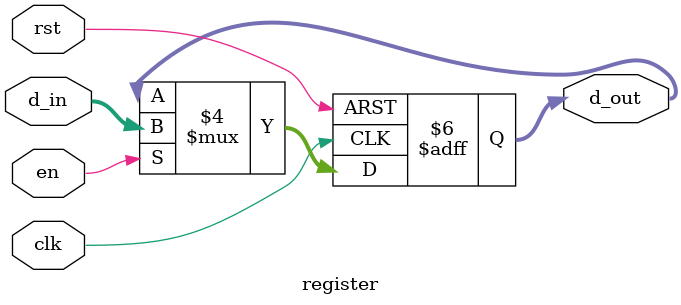
<source format=v>
module register(d_in, d_out, en, clk, rst);
	parameter DATA_WIDTH = 32;
	parameter RESET_VALUE = 0;
	input [DATA_WIDTH-1:0] d_in;
	input clk, rst, en;
	output reg [DATA_WIDTH-1:0] d_out;
	
	always @(posedge clk, negedge rst) begin
		if (~rst)
			d_out = RESET_VALUE;
		else if (en)
			d_out = d_in;
		else
			d_out = d_out;
	end
	
endmodule

</source>
